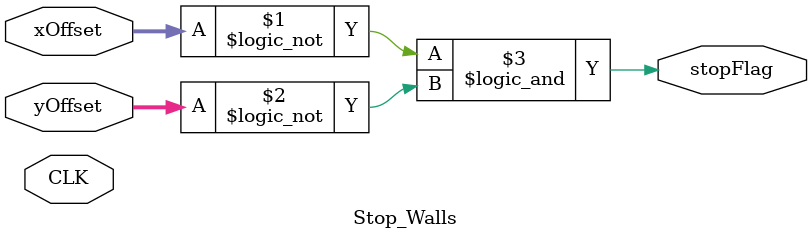
<source format=v>
`timescale 1ns / 1ps


module Stop_Walls #(
        parameter ROW_LOC = 0,
        parameter COL_LOC = 0,
        parameter DIMENSIONS = 10//,
        // Do not declare these parameters (Use default values)
/*        parameter LEFT_BOUND = (COL_LOC > DIMENSIONS) ? COL_LOC - DIMENSIONS : 0,
        parameter RIGHT_BOUND = (COL_LOC + DIMENSIONS < 96) ? COL_LOC + DIMENSIONS : 95,
        parameter TOP_BOUND = (ROW_LOC > DIMENSIONS) ? ROW_LOC - DIMENSIONS : 0,
        parameter BOTTOM_BOUND = (ROW_LOC + DIMENSIONS < 64) ? ROW_LOC + DIMENSIONS : 63*/
    )(
        input CLK,
        (* KEEP = "TRUE" *) input [6:0] xOffset,
        (* KEEP = "TRUE" *) input [5:0] yOffset,
        (* KEEP = "TRUE" *) output stopFlag
    );
     
    assign stopFlag = (xOffset == COL_LOC && yOffset == ROW_LOC);
    
endmodule

</source>
